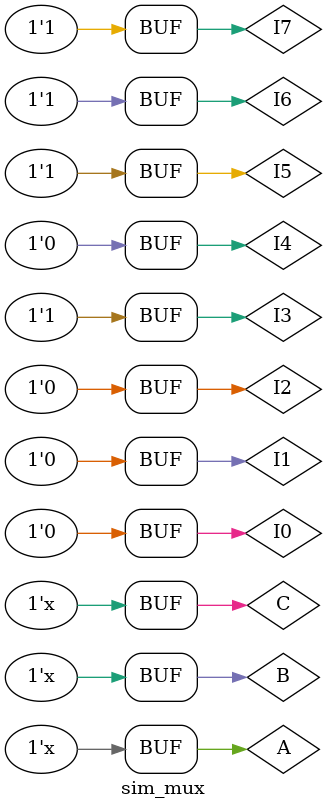
<source format=v>
`timescale 1ns / 1ps


module sim_mux();
reg A,B,C,I0,I1,I2,I3,I4,I5,I6,I7;
wire F;
mux m1(A,B,C,I0,I1,I2,I3,I4,I5,I6,I7,F);
initial
    begin
        A=0;B=0;C=0;
        I0=0;I1=0;I2=0;I4=0;
        I3=1;I5=1;I6=1;I7=1;
    end
always #10 {A,B,C}={A,B,C}+1;
endmodule

</source>
